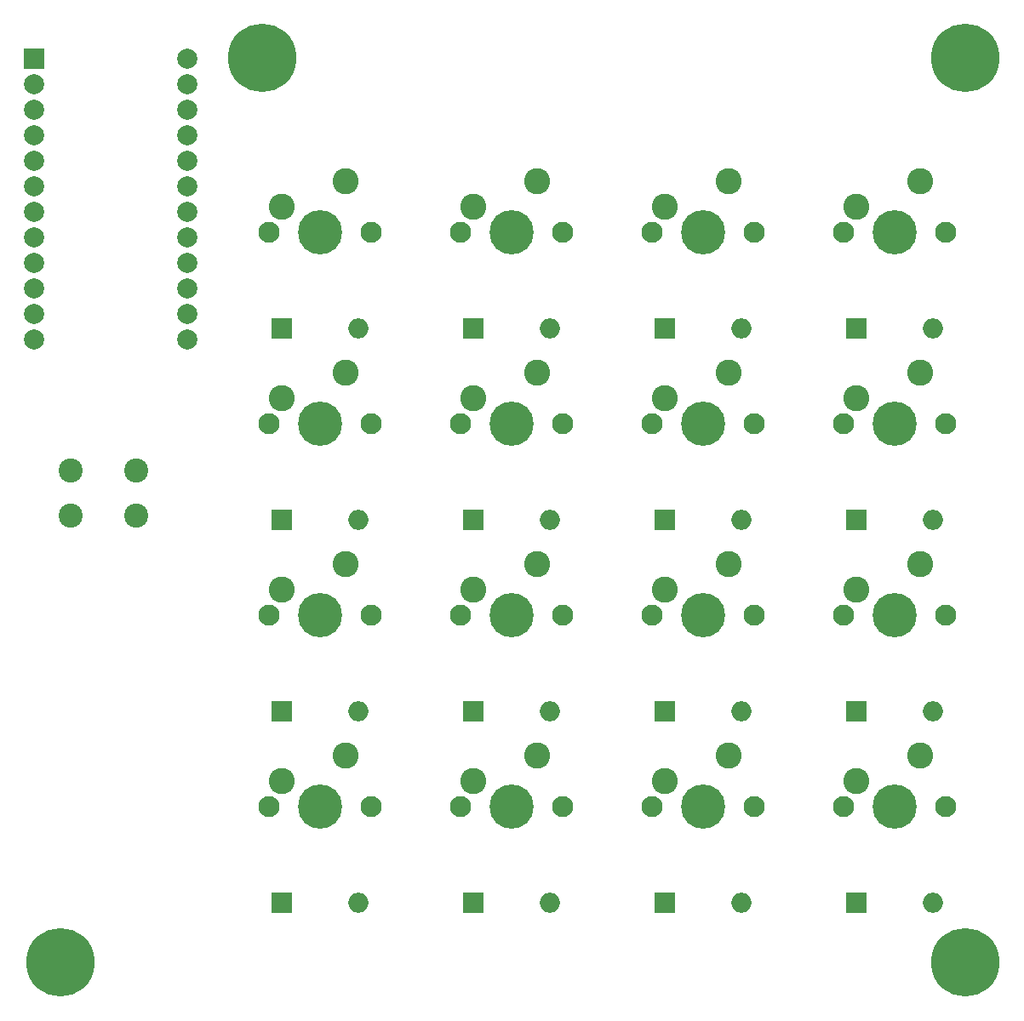
<source format=gbs>
G04 #@! TF.GenerationSoftware,KiCad,Pcbnew,(5.0.0)*
G04 #@! TF.CreationDate,2018-09-08T04:15:37+09:00*
G04 #@! TF.ProjectId,macro4x4,6D6163726F3478342E6B696361645F70,rev?*
G04 #@! TF.SameCoordinates,Original*
G04 #@! TF.FileFunction,Soldermask,Bot*
G04 #@! TF.FilePolarity,Negative*
%FSLAX46Y46*%
G04 Gerber Fmt 4.6, Leading zero omitted, Abs format (unit mm)*
G04 Created by KiCad (PCBNEW (5.0.0)) date 09/08/18 04:15:37*
%MOMM*%
%LPD*%
G01*
G04 APERTURE LIST*
%ADD10C,6.800000*%
%ADD11R,2.000000X2.000000*%
%ADD12O,2.000000X2.000000*%
%ADD13C,2.600000*%
%ADD14C,4.400000*%
%ADD15C,2.100000*%
%ADD16C,2.000000*%
%ADD17C,2.400000*%
G04 APERTURE END LIST*
D10*
G04 #@! TO.C,m4*
X135000000Y-145000000D03*
G04 #@! TD*
G04 #@! TO.C,m3*
X135000000Y-55000000D03*
G04 #@! TD*
G04 #@! TO.C,m2*
X45000000Y-145000000D03*
G04 #@! TD*
D11*
G04 #@! TO.C,D1*
X66950000Y-81915000D03*
D12*
X74570000Y-81915000D03*
G04 #@! TD*
G04 #@! TO.C,D2*
X93620000Y-81915000D03*
D11*
X86000000Y-81915000D03*
G04 #@! TD*
G04 #@! TO.C,D3*
X105050000Y-81915000D03*
D12*
X112670000Y-81915000D03*
G04 #@! TD*
D11*
G04 #@! TO.C,D4*
X124100000Y-81915000D03*
D12*
X131720000Y-81915000D03*
G04 #@! TD*
D11*
G04 #@! TO.C,D5*
X66950000Y-100965000D03*
D12*
X74570000Y-100965000D03*
G04 #@! TD*
D11*
G04 #@! TO.C,D6*
X86000000Y-100965000D03*
D12*
X93620000Y-100965000D03*
G04 #@! TD*
G04 #@! TO.C,D7*
X112670000Y-100965000D03*
D11*
X105050000Y-100965000D03*
G04 #@! TD*
D12*
G04 #@! TO.C,D8*
X131720000Y-100965000D03*
D11*
X124100000Y-100965000D03*
G04 #@! TD*
D12*
G04 #@! TO.C,D9*
X74570000Y-120015000D03*
D11*
X66950000Y-120015000D03*
G04 #@! TD*
D12*
G04 #@! TO.C,D10*
X93620000Y-120015000D03*
D11*
X86000000Y-120015000D03*
G04 #@! TD*
G04 #@! TO.C,D11*
X105050000Y-120015000D03*
D12*
X112670000Y-120015000D03*
G04 #@! TD*
D11*
G04 #@! TO.C,D12*
X124100000Y-120015000D03*
D12*
X131720000Y-120015000D03*
G04 #@! TD*
G04 #@! TO.C,D13*
X74570000Y-139065000D03*
D11*
X66950000Y-139065000D03*
G04 #@! TD*
G04 #@! TO.C,D14*
X86000000Y-139065000D03*
D12*
X93620000Y-139065000D03*
G04 #@! TD*
G04 #@! TO.C,D15*
X112670000Y-139065000D03*
D11*
X105050000Y-139065000D03*
G04 #@! TD*
D12*
G04 #@! TO.C,D16*
X131720000Y-139065000D03*
D11*
X124100000Y-139065000D03*
G04 #@! TD*
D13*
G04 #@! TO.C,SW1*
X73300000Y-67290000D03*
X66950000Y-69830000D03*
D14*
X70760000Y-72370000D03*
D15*
X65680000Y-72370000D03*
X75840000Y-72370000D03*
G04 #@! TD*
G04 #@! TO.C,SW2*
X94890000Y-72370000D03*
X84730000Y-72370000D03*
D14*
X89810000Y-72370000D03*
D13*
X86000000Y-69830000D03*
X92350000Y-67290000D03*
G04 #@! TD*
G04 #@! TO.C,SW3*
X111400000Y-67290000D03*
X105050000Y-69830000D03*
D14*
X108860000Y-72370000D03*
D15*
X103780000Y-72370000D03*
X113940000Y-72370000D03*
G04 #@! TD*
D13*
G04 #@! TO.C,SW4*
X130450000Y-67290000D03*
X124100000Y-69830000D03*
D14*
X127910000Y-72370000D03*
D15*
X122830000Y-72370000D03*
X132990000Y-72370000D03*
G04 #@! TD*
D13*
G04 #@! TO.C,SW5*
X73300000Y-86340000D03*
X66950000Y-88880000D03*
D14*
X70760000Y-91420000D03*
D15*
X65680000Y-91420000D03*
X75840000Y-91420000D03*
G04 #@! TD*
G04 #@! TO.C,SW6*
X94890000Y-91420000D03*
X84730000Y-91420000D03*
D14*
X89810000Y-91420000D03*
D13*
X86000000Y-88880000D03*
X92350000Y-86340000D03*
G04 #@! TD*
D15*
G04 #@! TO.C,SW7*
X113940000Y-91420000D03*
X103780000Y-91420000D03*
D14*
X108860000Y-91420000D03*
D13*
X105050000Y-88880000D03*
X111400000Y-86340000D03*
G04 #@! TD*
D15*
G04 #@! TO.C,SW8*
X132990000Y-91420000D03*
X122830000Y-91420000D03*
D14*
X127910000Y-91420000D03*
D13*
X124100000Y-88880000D03*
X130450000Y-86340000D03*
G04 #@! TD*
D15*
G04 #@! TO.C,SW9*
X75840000Y-110470000D03*
X65680000Y-110470000D03*
D14*
X70760000Y-110470000D03*
D13*
X66950000Y-107930000D03*
X73300000Y-105390000D03*
G04 #@! TD*
D15*
G04 #@! TO.C,SW10*
X94890000Y-110470000D03*
X84730000Y-110470000D03*
D14*
X89810000Y-110470000D03*
D13*
X86000000Y-107930000D03*
X92350000Y-105390000D03*
G04 #@! TD*
D15*
G04 #@! TO.C,SW11*
X113940000Y-110470000D03*
X103780000Y-110470000D03*
D14*
X108860000Y-110470000D03*
D13*
X105050000Y-107930000D03*
X111400000Y-105390000D03*
G04 #@! TD*
D15*
G04 #@! TO.C,SW12*
X132990000Y-110470000D03*
X122830000Y-110470000D03*
D14*
X127910000Y-110470000D03*
D13*
X124100000Y-107930000D03*
X130450000Y-105390000D03*
G04 #@! TD*
G04 #@! TO.C,SW13*
X73300000Y-124440000D03*
X66950000Y-126980000D03*
D14*
X70760000Y-129520000D03*
D15*
X65680000Y-129520000D03*
X75840000Y-129520000D03*
G04 #@! TD*
D13*
G04 #@! TO.C,SW14*
X92350000Y-124440000D03*
X86000000Y-126980000D03*
D14*
X89810000Y-129520000D03*
D15*
X84730000Y-129520000D03*
X94890000Y-129520000D03*
G04 #@! TD*
D13*
G04 #@! TO.C,SW15*
X111400000Y-124440000D03*
X105050000Y-126980000D03*
D14*
X108860000Y-129520000D03*
D15*
X103780000Y-129520000D03*
X113940000Y-129520000D03*
G04 #@! TD*
D13*
G04 #@! TO.C,SW16*
X130450000Y-124440000D03*
X124100000Y-126980000D03*
D14*
X127910000Y-129520000D03*
D15*
X122830000Y-129520000D03*
X132990000Y-129520000D03*
G04 #@! TD*
D11*
G04 #@! TO.C,U1*
X42380000Y-55030000D03*
D16*
X42380000Y-57570000D03*
X42380000Y-60110000D03*
X42380000Y-62650000D03*
X42380000Y-65190000D03*
X42380000Y-67730000D03*
X42380000Y-70270000D03*
X42380000Y-72810000D03*
X42380000Y-75350000D03*
X42380000Y-77890000D03*
X42380000Y-80430000D03*
X42380000Y-82970000D03*
X57620000Y-82970000D03*
X57620000Y-80430000D03*
X57620000Y-77890000D03*
X57620000Y-75350000D03*
X57620000Y-72810000D03*
X57620000Y-70270000D03*
X57620000Y-67730000D03*
X57620000Y-65190000D03*
X57620000Y-62650000D03*
X57620000Y-60110000D03*
X57620000Y-57570000D03*
X57620000Y-55030000D03*
G04 #@! TD*
D10*
G04 #@! TO.C,m1*
X65000000Y-55000000D03*
G04 #@! TD*
D17*
G04 #@! TO.C,RST_SW1*
X46000000Y-100500000D03*
X46000000Y-96000000D03*
X52500000Y-100500000D03*
X52500000Y-96000000D03*
G04 #@! TD*
M02*

</source>
